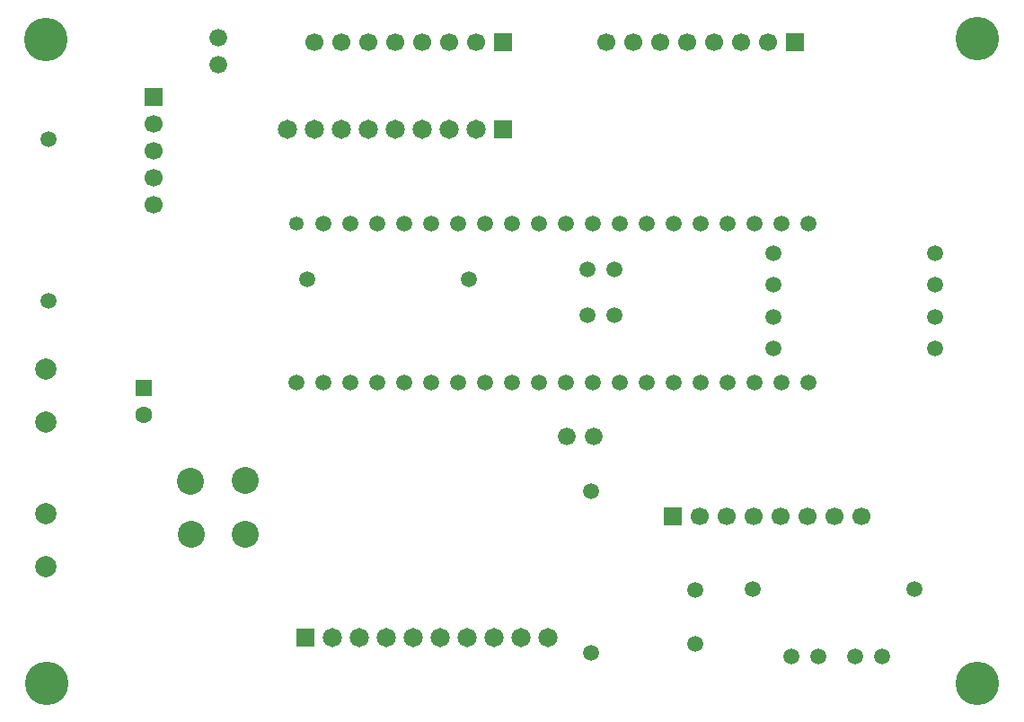
<source format=gbs>
G04 (created by PCBNEW (2013-07-07 BZR 4022)-stable) date 08-Nov-13 6:42:12 PM*
%MOIN*%
G04 Gerber Fmt 3.4, Leading zero omitted, Abs format*
%FSLAX34Y34*%
G01*
G70*
G90*
G04 APERTURE LIST*
%ADD10C,0.00590551*%
%ADD11C,0.0590551*%
%ADD12C,0.0531496*%
%ADD13R,0.0713701X0.0713701*%
%ADD14C,0.0713701*%
%ADD15C,0.066*%
%ADD16R,0.0669291X0.0669291*%
%ADD17C,0.0669291*%
%ADD18C,0.1*%
%ADD19R,0.0629921X0.0629921*%
%ADD20C,0.0629921*%
%ADD21C,0.0787402*%
%ADD22C,0.161417*%
G04 APERTURE END LIST*
G54D10*
G54D11*
X57650Y-56002D03*
X58650Y-56002D03*
X59650Y-56002D03*
X60650Y-56002D03*
X61650Y-56002D03*
X62650Y-56002D03*
X63650Y-56002D03*
X64650Y-56002D03*
X65650Y-56002D03*
X66650Y-56002D03*
X67650Y-56002D03*
X68650Y-56002D03*
X69650Y-56002D03*
X70650Y-56002D03*
X71650Y-56002D03*
X72650Y-56002D03*
X73650Y-56002D03*
X74650Y-56002D03*
X75650Y-56002D03*
X76650Y-56002D03*
X74650Y-50097D03*
X73650Y-50097D03*
X72650Y-50097D03*
X71650Y-50097D03*
X69650Y-50097D03*
X68650Y-50097D03*
X64650Y-50097D03*
X61650Y-50097D03*
X60650Y-50097D03*
X59650Y-50097D03*
X58650Y-50097D03*
X63650Y-50097D03*
X65650Y-50097D03*
X75650Y-50097D03*
X76650Y-50097D03*
G54D12*
X57650Y-50097D03*
G54D11*
X70650Y-50097D03*
X67650Y-50097D03*
X62650Y-50097D03*
X66650Y-50097D03*
G54D13*
X57960Y-65456D03*
G54D14*
X58960Y-65456D03*
X59960Y-65456D03*
X60960Y-65456D03*
X61960Y-65456D03*
X62960Y-65456D03*
X63960Y-65456D03*
X64960Y-65456D03*
X65960Y-65456D03*
X66960Y-65456D03*
G54D15*
X67680Y-57996D03*
X68680Y-57996D03*
X54724Y-44200D03*
X54724Y-43200D03*
G54D16*
X65300Y-43350D03*
G54D17*
X64300Y-43350D03*
X63300Y-43350D03*
X62300Y-43350D03*
X61300Y-43350D03*
X60300Y-43350D03*
X59300Y-43350D03*
X58300Y-43350D03*
G54D16*
X71600Y-60950D03*
G54D17*
X72600Y-60950D03*
X73600Y-60950D03*
X74600Y-60950D03*
X75600Y-60950D03*
X76600Y-60950D03*
X77600Y-60950D03*
X78600Y-60950D03*
G54D16*
X76150Y-43350D03*
G54D17*
X75150Y-43350D03*
X74150Y-43350D03*
X73150Y-43350D03*
X72150Y-43350D03*
X71150Y-43350D03*
X70150Y-43350D03*
X69150Y-43350D03*
G54D11*
X64023Y-52165D03*
X58023Y-52165D03*
X80566Y-63660D03*
X74566Y-63660D03*
X68566Y-66036D03*
X68566Y-60036D03*
X48422Y-52944D03*
X48422Y-46944D03*
G54D18*
X53724Y-61629D03*
X55724Y-59629D03*
X53716Y-59643D03*
X55724Y-61629D03*
G54D19*
X51968Y-56192D03*
G54D20*
X51968Y-57192D03*
G54D11*
X72420Y-63676D03*
X72420Y-65676D03*
X68426Y-53504D03*
X69426Y-53504D03*
X68448Y-51788D03*
X69448Y-51788D03*
X76002Y-66148D03*
X77002Y-66148D03*
X79378Y-66148D03*
X78378Y-66148D03*
G54D21*
X48327Y-55474D03*
X48327Y-57443D03*
X48327Y-60864D03*
X48327Y-62833D03*
G54D16*
X52350Y-45400D03*
G54D17*
X52350Y-46400D03*
X52350Y-47400D03*
X52350Y-48400D03*
X52350Y-49400D03*
G54D13*
X65292Y-46574D03*
G54D14*
X64292Y-46574D03*
X63292Y-46574D03*
X62292Y-46574D03*
X61292Y-46574D03*
X60292Y-46574D03*
X59292Y-46574D03*
X58292Y-46574D03*
X57292Y-46574D03*
G54D11*
X75346Y-51181D03*
X81346Y-51181D03*
X75346Y-52362D03*
X81346Y-52362D03*
X75346Y-53543D03*
X81346Y-53543D03*
X75346Y-54724D03*
X81346Y-54724D03*
G54D22*
X82913Y-43228D03*
X48346Y-43267D03*
X48366Y-67145D03*
X82913Y-67145D03*
M02*

</source>
